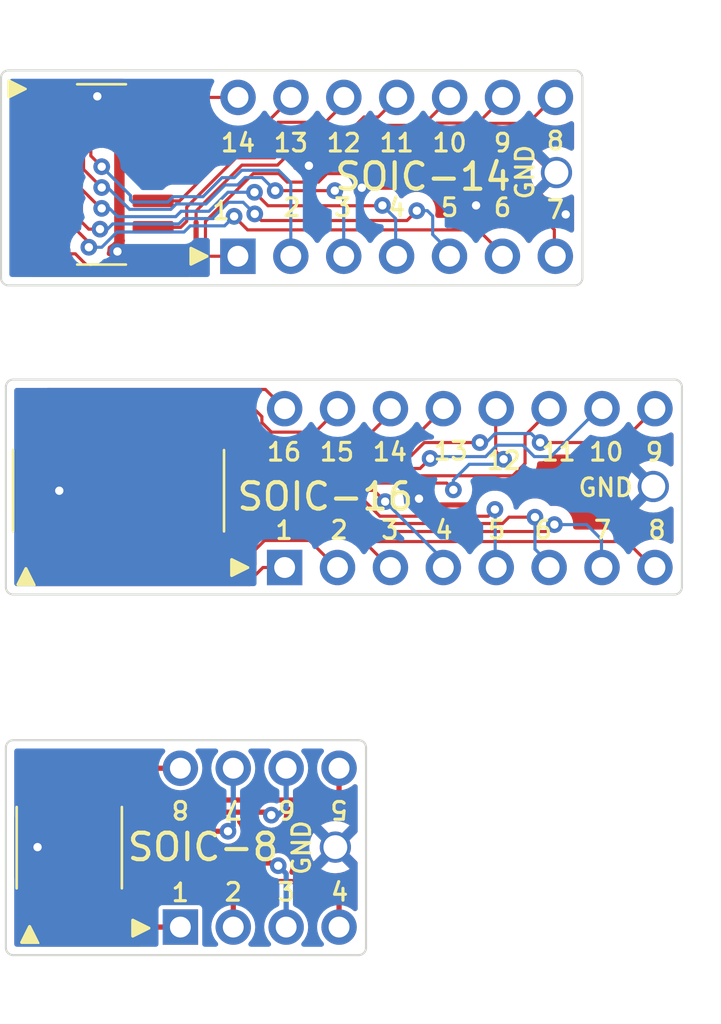
<source format=kicad_pcb>
(kicad_pcb (version 20240108) (generator "pcbnew") (generator_version "8.0")
  (layers (0 "F.Cu" signal) (31 "B.Cu" signal) (34 "B.Paste" user) (35 "F.Paste" user) (36 "B.SilkS" user "B.Silkscreen") (37 "F.SilkS" user "F.Silkscreen") (38 "B.Mask" user) (39 "F.Mask" user) (44 "Edge.Cuts" user))
  (net 0 "")
  (net 1 "Net-(J1-Pin_1)")
  (net 2 "Net-(J1-Pin_2)")
  (net 3 "Net-(J1-Pin_3)")
  (net 4 "Net-(J1-Pin_4)")
  (net 5 "Net-(J1-Pin_5)")
  (net 6 "Net-(J1-Pin_6)")
  (net 7 "Net-(J1-Pin_7)")
  (net 8 "Net-(J2-Pin_1)")
  (net 9 "Net-(J2-Pin_2)")
  (net 10 "Net-(J2-Pin_3)")
  (net 11 "Net-(J2-Pin_4)")
  (net 12 "Net-(J2-Pin_5)")
  (net 13 "Net-(J2-Pin_6)")
  (net 14 "Net-(J2-Pin_7)")
  (net 15 "/GND1")
  (net 16 "Net-(J4-Pin_1)")
  (net 17 "Net-(J4-Pin_2)")
  (net 18 "Net-(J4-Pin_3)")
  (net 19 "Net-(J4-Pin_4)")
  (net 20 "Net-(J4-Pin_5)")
  (net 21 "Net-(J4-Pin_6)")
  (net 22 "Net-(J4-Pin_7)")
  (net 23 "Net-(J4-Pin_8)")
  (net 24 "Net-(J5-Pin_1)")
  (net 25 "Net-(J5-Pin_2)")
  (net 26 "Net-(J5-Pin_3)")
  (net 27 "Net-(J5-Pin_4)")
  (net 28 "Net-(J5-Pin_5)")
  (net 29 "Net-(J5-Pin_6)")
  (net 30 "Net-(J5-Pin_7)")
  (net 31 "Net-(J5-Pin_8)")
  (net 32 "/GND2")
  (net 33 "/GND3")
  (net 34 "Net-(J8-Pin_4)")
  (net 35 "Net-(J8-Pin_1)")
  (net 36 "Net-(J8-Pin_3)")
  (net 37 "Net-(J8-Pin_2)")
  (net 38 "Net-(J9-Pin_1)")
  (net 39 "Net-(J9-Pin_2)")
  (net 40 "Net-(J9-Pin_4)")
  (net 41 "Net-(J9-Pin_3)")
  (footprint "Connector_PinHeader_2.54mm:PinHeader_1x04_P2.54mm_Vertical" (layer "F.Cu") (at 26.416 49.4285 90)
    (property "Reference" "J8" (hide yes))
    (property "Value" "Conn_01x04")
  )
  (footprint "Aaron_TI_Parts:TI_SOIC_D_R-PDSO-16" (layer "F.Cu") (at 23.4472 36.1156 90)
    (property "Reference" "U2" (hide yes))
    (property "Value" "LM13700")
  )
  (footprint "Aaron_TI_Parts:TI_SOIC_D_R-PDSO-8" (layer "F.Cu") (at 21.082 53.2385 90)
    (property "Reference" "U3" (hide yes))
    (property "Value" "TL072")
  )
  (footprint "Connector_PinHeader_2.54mm:PinHeader_1x04_P2.54mm_Vertical" (layer "F.Cu") (at 26.416 57.0485 90)
    (property "Reference" "J9" (hide yes))
    (property "Value" "Conn_01x04")
  )
  (footprint "Aaron_Pads:TP_HeaderPin_P2.54mm_round" (layer "F.Cu") (at 44.4754 20.8534)
    (property "Reference" "J3" (hide yes))
    (property "Value" "Conn_01x01" (hide yes))
  )
  (footprint "Aaron_TI_Parts:TI_SOIC_D_R-PDSO-G14" (layer "F.Cu") (at 22.6314 20.9408)
    (property "Reference" "U1" (hide yes))
    (property "Value" "TL074")
  )
  (footprint "Connector_PinHeader_2.54mm:PinHeader_1x07_P2.54mm_Vertical" (layer "F.Cu") (at 29.1796 24.8666 90)
    (property "Reference" "J1" (hide yes))
    (property "Value" "Conn_01x07")
  )
  (footprint "Aaron_Pads:TP_HeaderPin_P2.54mm_round" (layer "F.Cu") (at 49.1266 35.9126)
    (property "Reference" "J6" (hide yes))
    (property "Value" "Conn_01x01" (hide yes))
  )
  (footprint "Aaron_Pads:TP_HeaderPin_P2.54mm_round" (layer "F.Cu") (at 33.8582 53.213)
    (property "Reference" "J7" (hide yes))
    (property "Value" "Conn_01x01" (hide yes))
  )
  (footprint "Connector_PinHeader_2.54mm:PinHeader_1x08_P2.54mm_Vertical" (layer "F.Cu") (at 31.4228 39.7988 90)
    (property "Reference" "J4" (hide yes))
    (property "Value" "Conn_01x08")
  )
  (footprint "Connector_PinHeader_2.54mm:PinHeader_1x07_P2.54mm_Vertical" (layer "F.Cu") (at 44.4246 17.2466 -90)
    (property "Reference" "J2" (hide yes))
    (property "Value" "Conn_01x07")
  )
  (footprint "Connector_PinHeader_2.54mm:PinHeader_1x08_P2.54mm_Vertical" (layer "F.Cu") (at 49.2028 32.1788 -90)
    (property "Reference" "J5" (hide yes))
    (property "Value" "Conn_01x08")
  )
  (gr_poly (pts (xy 26.924 24.4856) (xy 27.686 24.8666) (xy 26.924 25.2476)) (stroke (width 0.15)) (fill solid) (layer "F.SilkS"))
  (gr_poly (pts (xy 28.8798 39.4208) (xy 29.6418 39.8018) (xy 28.8798 40.1828)) (stroke (width 0.15)) (fill solid) (layer "F.SilkS"))
  (gr_poly (pts (xy 18.1864 16.4592) (xy 18.9484 16.8402) (xy 18.1864 17.2212)) (stroke (width 0.15)) (fill solid) (layer "F.SilkS"))
  (gr_poly (pts (xy 18.6182 40.6146) (xy 18.9992 39.8526) (xy 19.3802 40.6146)) (stroke (width 0.15)) (fill solid) (layer "F.SilkS"))
  (gr_poly (pts (xy 24.13 56.7182) (xy 24.892 57.0992) (xy 24.13 57.4802)) (stroke (width 0.15)) (fill solid) (layer "F.SilkS"))
  (gr_poly (pts (xy 18.796 57.785) (xy 19.177 57.023) (xy 19.558 57.785)) (stroke (width 0.15)) (fill solid) (layer "F.SilkS"))
  (gr_line (start 18.161 15.9512) (end 45.3644 15.9512) (stroke (width 0.1)) (layer "Edge.Cuts"))
  (gr_line (start 18.3926 41.0942) (end 50.1426 41.0942) (stroke (width 0.1)) (layer "Edge.Cuts"))
  (gr_line (start 17.8054 25.908) (end 17.8054 16.3068) (stroke (width 0.1)) (layer "Edge.Cuts"))
  (gr_line (start 50.1426 30.7818) (end 18.3926 30.7818) (stroke (width 0.1)) (layer "Edge.Cuts"))
  (gr_arc (start 18.3926 41.0942) (mid 18.141153 40.990047) (end 18.037 40.7386) (stroke (width 0.1)) (layer "Edge.Cuts"))
  (gr_arc (start 50.4982 40.7386) (mid 50.394047 40.990047) (end 50.1426 41.0942) (stroke (width 0.1)) (layer "Edge.Cuts"))
  (gr_arc (start 34.975 48.0822) (mid 35.226447 48.186353) (end 35.3306 48.4378) (stroke (width 0.1)) (layer "Edge.Cuts"))
  (gr_line (start 18.3926 58.3946) (end 34.975 58.3946) (stroke (width 0.1)) (layer "Edge.Cuts"))
  (gr_arc (start 18.3926 58.3946) (mid 18.141153 58.290447) (end 18.037 58.039) (stroke (width 0.1)) (layer "Edge.Cuts"))
  (gr_arc (start 18.037 31.1374) (mid 18.141153 30.885953) (end 18.3926 30.7818) (stroke (width 0.1)) (layer "Edge.Cuts"))
  (gr_arc (start 45.3644 15.9512) (mid 45.615847 16.055353) (end 45.72 16.3068) (stroke (width 0.1)) (layer "Edge.Cuts"))
  (gr_line (start 18.037 48.4378) (end 18.037 58.039) (stroke (width 0.1)) (layer "Edge.Cuts"))
  (gr_line (start 18.037 31.1374) (end 18.037 40.7386) (stroke (width 0.1)) (layer "Edge.Cuts"))
  (gr_arc (start 18.037 48.4378) (mid 18.141153 48.186353) (end 18.3926 48.0822) (stroke (width 0.1)) (layer "Edge.Cuts"))
  (gr_arc (start 50.1426 30.7818) (mid 50.394047 30.885953) (end 50.4982 31.1374) (stroke (width 0.1)) (layer "Edge.Cuts"))
  (gr_line (start 35.3306 58.039) (end 35.3306 48.4378) (stroke (width 0.1)) (layer "Edge.Cuts"))
  (gr_line (start 50.4982 40.7386) (end 50.4982 31.1374) (stroke (width 0.1)) (layer "Edge.Cuts"))
  (gr_arc (start 17.8054 16.3068) (mid 17.909553 16.055353) (end 18.161 15.9512) (stroke (width 0.1)) (layer "Edge.Cuts"))
  (gr_arc (start 35.3306 58.039) (mid 35.226447 58.290447) (end 34.975 58.3946) (stroke (width 0.1)) (layer "Edge.Cuts"))
  (gr_arc (start 45.72 25.908) (mid 45.615847 26.159447) (end 45.3644 26.2636) (stroke (width 0.1)) (layer "Edge.Cuts"))
  (gr_line (start 45.72 16.3068) (end 45.72 25.908) (stroke (width 0.1)) (layer "Edge.Cuts"))
  (gr_line (start 34.9758 48.0822) (end 18.3926 48.0822) (stroke (width 0.1)) (layer "Edge.Cuts"))
  (gr_line (start 45.3644 26.2636) (end 18.161 26.2636) (stroke (width 0.1)) (layer "Edge.Cuts"))
  (gr_arc (start 18.161 26.2636) (mid 17.909553 26.159447) (end 17.8054 25.908) (stroke (width 0.1)) (layer "Edge.Cuts"))
  (gr_text "SOIC-8" (at 23.7744 53.213 0) (layer "F.SilkS") (effects (font (size 1.27 1.27) (thickness 0.2)) (justify left)))
  (gr_text "4" (at 39.0682 37.9954 0) (layer "F.SilkS") (effects (font (size 0.85 0.85))))
  (gr_text "14" (at 29.1846 19.431 0) (layer "F.SilkS") (effects (font (size 0.85 0.85))))
  (gr_text "1" (at 31.3974 38.0208 0) (layer "F.SilkS") (effects (font (size 0.85 0.85))))
  (gr_text "14" (at 36.4774 34.2616 0) (layer "F.SilkS") (effects (font (size 0.85 0.85))))
  (gr_text "6" (at 31.5214 51.4096 180) (layer "F.SilkS") (effects (font (size 0.85 0.85))))
  (gr_text "9" (at 49.1774 34.2616 0) (layer "F.SilkS") (effects (font (size 0.85 0.85))))
  (gr_text "10" (at 46.866 34.2616 0) (layer "F.SilkS") (effects (font (size 0.85 0.85))))
  (gr_text "9" (at 41.8846 19.431 0) (layer "F.SilkS") (effects (font (size 0.85 0.85))))
  (gr_text "1" (at 28.3718 22.6822 0) (layer "F.SilkS") (effects (font (size 0.85 0.85))))
  (gr_text "3" (at 34.2138 22.5298 0) (layer "F.SilkS") (effects (font (size 0.85 0.85))))
  (gr_text "7" (at 46.6882 37.9954 0) (layer "F.SilkS") (effects (font (size 0.85 0.85))))
  (gr_text "SOIC-14" (at 33.7312 21.7932 0) (layer "F.SilkS") (effects (font (size 1.27 1.27) (thickness 0.2)) (justify left bottom)))
  (gr_text "6" (at 41.8846 22.5298 0) (layer "F.SilkS") (effects (font (size 0.85 0.85))))
  (gr_text "4" (at 36.8046 22.5298 0) (layer "F.SilkS") (effects (font (size 0.85 0.85))))
  (gr_text "3" (at 36.4774 37.9954 0) (layer "F.SilkS") (effects (font (size 0.85 0.85))))
  (gr_text "8" (at 44.4246 19.3294 0) (layer "F.SilkS") (effects (font (size 0.85 0.85))))
  (gr_text "7" (at 44.4246 22.6314 0) (layer "F.SilkS") (effects (font (size 0.85 0.85))))
  (gr_text "7" (at 28.956 51.4096 180) (layer "F.SilkS") (effects (font (size 0.85 0.85))))
  (gr_text "5" (at 34.036 51.4096 180) (layer "F.SilkS") (effects (font (size 0.85 0.85))))
  (gr_text "SOIC-16" (at 33.3756 36.3982 0) (layer "F.SilkS") (effects (font (size 1.27 1.27) (thickness 0.2))))
  (gr_text "11" (at 36.8046 19.431 0) (layer "F.SilkS") (effects (font (size 0.85 0.85))))
  (gr_text "11" (at 44.58 34.2616 0) (layer "F.SilkS") (effects (font (size 0.85 0.85))))
  (gr_text "GND" (at 32.2326 53.2384 90) (layer "F.SilkS") (effects (font (size 0.85 0.85))))
  (gr_text "2" (at 31.7754 22.5298 0) (layer "F.SilkS") (effects (font (size 0.85 0.85))))
  (gr_text "12" (at 41.9384 34.671 0) (layer "F.SilkS") (effects (font (size 0.85 0.85))))
  (gr_text "4" (at 34.0614 55.372 0) (layer "F.SilkS") (effects (font (size 0.85 0.85))))
  (gr_text "2" (at 34.039 37.9954 0) (layer "F.SilkS") (effects (font (size 0.85 0.85))))
  (gr_text "15" (at 33.9374 34.2616 0) (layer "F.SilkS") (effects (font (size 0.85 0.85))))
  (gr_text "12" (at 34.2646 19.431 0) (layer "F.SilkS") (effects (font (size 0.85 0.85))))
  (gr_text "10" (at 39.3446 19.431 0) (layer "F.SilkS") (effects (font (size 0.85 0.85))))
  (gr_text "13" (at 39.3984 34.2108 0) (layer "F.SilkS") (effects (font (size 0.85 0.85))))
  (gr_text "2" (at 28.956 55.372 0) (layer "F.SilkS") (effects (font (size 0.85 0.85))))
  (gr_text "1" (at 26.416 55.3974 0) (layer "F.SilkS") (effects (font (size 0.85 0.85))))
  (gr_text "3" (at 31.496 55.372 0) (layer "F.SilkS") (effects (font (size 0.85 0.85))))
  (gr_text "6" (at 43.8434 37.9954 0) (layer "F.SilkS") (effects (font (size 0.85 0.85))))
  (gr_text "5" (at 41.6082 37.9954 0) (layer "F.SilkS") (effects (font (size 0.85 0.85))))
  (gr_text "GND" (at 46.8406 35.9634 0) (layer "F.SilkS") (effects (font (size 0.85 0.85))))
  (gr_text "5" (at 39.3446 22.5298 0) (layer "F.SilkS") (effects (font (size 0.85 0.85))))
  (gr_text "GND" (at 43.4594 22.225 90) (layer "F.SilkS") (effects (font (size 0.85 0.85)) (justify left bottom)))
  (gr_text "8" (at 49.3044 37.9954 0) (layer "F.SilkS") (effects (font (size 0.85 0.85))))
  (gr_text "16" (at 31.3974 34.2616 0) (layer "F.SilkS") (effects (font (size 0.85 0.85))))
  (gr_text "13" (at 31.7246 19.431 0) (layer "F.SilkS") (effects (font (size 0.85 0.85))))
  (gr_text "8" (at 26.416 51.4096 180) (layer "F.SilkS") (effects (font (size 0.85 0.85))))
  (segment (start 18.5928 17.4752) (end 18.9738 17.0942) (width 0.25) (layer "F.Cu") (net 1))
  (segment (start 18.5928 24.8412) (end 18.5928 17.4752) (width 0.25) (layer "F.Cu") (net 1))
  (segment (start 27.7114 24.8666) (end 29.1796 24.8666) (width 0.15) (layer "F.Cu") (net 1))
  (segment (start 18.5928 24.8412) (end 18.5928 25.0952) (width 0.15) (layer "F.Cu") (net 1))
  (segment (start 19.2862 25.7886) (end 26.7894 25.7886) (width 0.15) (layer "F.Cu") (net 1))
  (segment (start 18.5928 25.0952) (end 19.2862 25.7886) (width 0.15) (layer "F.Cu") (net 1))
  (segment (start 26.7894 25.7886) (end 27.7114 24.8666) (width 0.15) (layer "F.Cu") (net 1))
  (segment (start 18.9738 17.0942) (end 20.1168 17.0942) (width 0.25) (layer "F.Cu") (net 1))
  (segment (start 22.1178 19.5158) (end 22.1178 20.049864) (width 0.15) (layer "F.Cu") (net 2))
  (segment (start 21.333 18.4008) (end 21.5504 18.6182) (width 0.15) (layer "F.Cu") (net 2))
  (segment (start 22.1178 20.049864) (end 22.639024 20.571088) (width 0.15) (layer "F.Cu") (net 2))
  (segment (start 21.5504 18.9484) (end 21.5504 18.6182) (width 0.15) (layer "F.Cu") (net 2))
  (segment (start 21.5504 18.9484) (end 22.1178 19.5158) (width 0.15) (layer "F.Cu") (net 2))
  (segment (start 20.1564 18.4008) (end 21.333 18.4008) (width 0.15) (layer "F.Cu") (net 2))
  (via (at 22.639024 20.571088) (size 0.8) (drill 0.4) (layers "F.Cu" "B.Cu") (net 2))
  (segment (start 22.639024 20.571088) (end 24.0228 21.954864) (width 0.15) (layer "B.Cu") (net 2))
  (segment (start 29.0068 21.096945) (end 29.361895 20.74185) (width 0.15) (layer "B.Cu") (net 2))
  (segment (start 31.7196 21.331) (end 31.7196 24.8666) (width 0.15) (layer "B.Cu") (net 2))
  (segment (start 25.813826 22.2672) (end 26.071828 22.009197) (width 0.15) (layer "B.Cu") (net 2))
  (segment (start 31.13045 20.74185) (end 31.7196 21.331) (width 0.15) (layer "B.Cu") (net 2))
  (segment (start 24.0228 22.169252) (end 24.120748 22.2672) (width 0.15) (layer "B.Cu") (net 2))
  (segment (start 24.0228 21.954864) (end 24.0228 22.169252) (width 0.15) (layer "B.Cu") (net 2))
  (segment (start 24.120748 22.2672) (end 25.813826 22.2672) (width 0.15) (layer "B.Cu") (net 2))
  (segment (start 28.411796 21.096944) (end 29.0068 21.096945) (width 0.15) (layer "B.Cu") (net 2))
  (segment (start 27.499542 22.009197) (end 28.411796 21.096944) (width 0.15) (layer "B.Cu") (net 2))
  (segment (start 26.071828 22.009197) (end 27.499542 22.009197) (width 0.15) (layer "B.Cu") (net 2))
  (segment (start 29.361895 20.74185) (end 31.13045 20.74185) (width 0.15) (layer "B.Cu") (net 2))
  (segment (start 21.4234 19.6708) (end 20.1564 19.6708) (width 0.15) (layer "F.Cu") (net 3))
  (segment (start 21.7678 20.69936) (end 21.7678 20.0152) (width 0.15) (layer "F.Cu") (net 3))
  (segment (start 22.63903 21.57059) (end 21.7678 20.69936) (width 0.15) (layer "F.Cu") (net 3))
  (segment (start 21.7678 20.0152) (end 21.4234 19.6708) (width 0.15) (layer "F.Cu") (net 3))
  (segment (start 30.971 21.7197) (end 33.8328 21.7197) (width 0.15) (layer "F.Cu") (net 3))
  (via (at 33.8328 21.7197) (size 0.8) (drill 0.4) (layers "F.Cu" "B.Cu") (net 3))
  (via (at 30.971 21.7197) (size 0.8) (drill 0.4) (layers "F.Cu" "B.Cu") (net 3))
  (via (at 22.63903 21.57059) (size 0.8) (drill 0.4) (layers "F.Cu" "B.Cu") (net 3))
  (segment (start 25.9588 22.6172) (end 26.216803 22.359197) (width 0.15) (layer "B.Cu") (net 3))
  (segment (start 22.63903 21.57059) (end 22.929164 21.57059) (width 0.15) (layer "B.Cu") (net 3))
  (segment (start 28.55677 21.446945) (end 29.168545 21.446945) (width 0.15) (layer "B.Cu") (net 3))
  (segment (start 23.975774 22.6172) (end 25.9588 22.6172) (width 0.15) (layer "B.Cu") (net 3))
  (segment (start 22.929164 21.57059) (end 23.975774 22.6172) (width 0.15) (layer "B.Cu") (net 3))
  (segment (start 26.216803 22.359197) (end 27.644517 22.359197) (width 0.15) (layer "B.Cu") (net 3))
  (segment (start 30.34315 21.09185) (end 30.971 21.7197) (width 0.15) (layer "B.Cu") (net 3))
  (segment (start 29.168545 21.446945) (end 29.52364 21.09185) (width 0.15) (layer "B.Cu") (net 3))
  (segment (start 27.644517 22.359197) (end 28.55677 21.446945) (width 0.15) (layer "B.Cu") (net 3))
  (segment (start 34.2596 24.8666) (end 34.2596 22.1465) (width 0.15) (layer "B.Cu") (net 3))
  (segment (start 29.52364 21.09185) (end 30.34315 21.09185) (width 0.15) (layer "B.Cu") (net 3))
  (segment (start 34.2596 22.1465) (end 33.8328 21.7197) (width 0.15) (layer "B.Cu") (net 3))
  (segment (start 21.5519 21.5265) (end 21.5519 21.1709) (width 0.15) (layer "F.Cu") (net 4))
  (segment (start 36.1023 22.4447) (end 36.1188 22.4282) (width 0.15) (layer "F.Cu") (net 4))
  (segment (start 30.622242 22.4447) (end 36.1023 22.4447) (width 0.15) (layer "F.Cu") (net 4))
  (segment (start 22.595492 22.570092) (end 21.5519 21.5265) (width 0.15) (layer "F.Cu") (net 4))
  (segment (start 21.5519 21.1709) (end 21.3218 20.9408) (width 0.15) (layer "F.Cu") (net 4))
  (segment (start 21.3218 20.9408) (end 20.1564 20.9408) (width 0.15) (layer "F.Cu") (net 4))
  (segment (start 22.638524 22.570092) (end 22.595492 22.570092) (width 0.15) (layer "F.Cu") (net 4))
  (segment (start 29.974487 21.796945) (end 30.622242 22.4447) (width 0.15) (layer "F.Cu") (net 4))
  (via (at 36.1188 22.4282) (size 0.8) (drill 0.4) (layers "F.Cu" "B.Cu") (net 4))
  (via (at 29.974487 21.796945) (size 0.8) (drill 0.4) (layers "F.Cu" "B.Cu") (net 4))
  (via (at 22.638524 22.570092) (size 0.8) (drill 0.4) (layers "F.Cu" "B.Cu") (net 4))
  (segment (start 26.194826 22.9672) (end 26.452829 22.709197) (width 0.15) (layer "B.Cu") (net 4))
  (segment (start 36.7538 23.0632) (end 36.7538 24.7142) (width 0.15) (layer "B.Cu") (net 4))
  (segment (start 26.452829 22.709197) (end 27.789492 22.709197) (width 0.15) (layer "B.Cu") (net 4))
  (segment (start 36.1188 22.4282) (end 36.7538 23.0632) (width 0.15) (layer "B.Cu") (net 4))
  (segment (start 23.406034 22.9672) (end 26.194826 22.9672) (width 0.15) (layer "B.Cu") (net 4))
  (segment (start 27.789492 22.709197) (end 28.701745 21.796945) (width 0.15) (layer "B.Cu") (net 4))
  (segment (start 28.701745 21.796945) (end 29.974487 21.796945) (width 0.15) (layer "B.Cu") (net 4))
  (segment (start 23.008926 22.570092) (end 23.406034 22.9672) (width 0.15) (layer "B.Cu") (net 4))
  (segment (start 22.638524 22.570092) (end 23.008926 22.570092) (width 0.15) (layer "B.Cu") (net 4))
  (segment (start 29.98843 22.835486) (end 30.306144 23.1532) (width 0.15) (layer "F.Cu") (net 5))
  (segment (start 21.6662 23.2156) (end 22.016838 23.566238) (width 0.15) (layer "F.Cu") (net 5))
  (segment (start 30.306144 23.1532) (end 37.2988 23.1532) (width 0.15) (layer "F.Cu") (net 5))
  (segment (start 20.1564 22.2108) (end 21.3726 22.2108) (width 0.15) (layer "F.Cu") (net 5))
  (segment (start 22.016838 23.566238) (end 22.556679 23.566238) (width 0.15) (layer "F.Cu") (net 5))
  (segment (start 21.6662 22.5044) (end 21.6662 23.2156) (width 0.15) (layer "F.Cu") (net 5))
  (segment (start 21.3726 22.2108) (end 21.6662 22.5044) (width 0.15) (layer "F.Cu") (net 5))
  (segment (start 37.2988 23.1532) (end 37.7698 22.6822) (width 0.15) (layer "F.Cu") (net 5))
  (via (at 22.556679 23.566238) (size 0.8) (drill 0.4) (layers "F.Cu" "B.Cu") (net 5))
  (via (at 37.7698 22.6822) (size 0.8) (drill 0.4) (layers "F.Cu" "B.Cu") (net 5))
  (via (at 29.98843 22.835486) (size 0.8) (drill 0.4) (layers "F.Cu" "B.Cu") (net 5))
  (segment (start 38.5318 23.8252) (end 39.0398 24.3332) (width 0.15) (layer "B.Cu") (net 5))
  (segment (start 26.3398 23.3172) (end 26.597803 23.059197) (width 0.15) (layer "B.Cu") (net 5))
  (segment (start 38.2778 22.6822) (end 38.5318 22.9362) (width 0.15) (layer "B.Cu") (net 5))
  (segment (start 27.9908 23.059197) (end 27.9908 23.002864) (width 0.15) (layer "B.Cu") (net 5))
  (segment (start 28.716201 22.277463) (end 29.430407 22.277463) (width 0.15) (layer "B.Cu") (net 5))
  (segment (start 26.597803 23.059197) (end 27.9908 23.059197) (width 0.15) (layer "B.Cu") (net 5))
  (segment (start 22.915762 23.566238) (end 23.1648 23.3172) (width 0.15) (layer "B.Cu") (net 5))
  (segment (start 37.7698 22.6822) (end 38.2778 22.6822) (width 0.15) (layer "B.Cu") (net 5))
  (segment (start 27.9908 23.002864) (end 28.716201 22.277463) (width 0.15) (layer "B.Cu") (net 5))
  (segment (start 23.1648 23.3172) (end 26.3398 23.3172) (width 0.15) (layer "B.Cu") (net 5))
  (segment (start 22.556679 23.566238) (end 22.915762 23.566238) (width 0.15) (layer "B.Cu") (net 5))
  (segment (start 29.430407 22.277463) (end 29.98843 22.835486) (width 0.15) (layer "B.Cu") (net 5))
  (segment (start 38.5318 23.8252) (end 38.5318 22.9362) (width 0.15) (layer "B.Cu") (net 5))
  (segment (start 28.995796 22.952463) (end 29.646533 23.6032) (width 0.15) (layer "F.Cu") (net 6))
  (segment (start 21.2964 23.4808) (end 22.0218 24.2062) (width 0.15) (layer "F.Cu") (net 6))
  (segment (start 20.1564 23.4808) (end 21.2964 23.4808) (width 0.15) (layer "F.Cu") (net 6))
  (segment (start 40.7228 23.6032) (end 41.4528 24.3332) (width 0.15) (layer "F.Cu") (net 6))
  (segment (start 21.274 23.4808) (end 21.2964 23.4808) (width 0.15) (layer "F.Cu") (net 6))
  (segment (start 29.646533 23.6032) (end 40.7228 23.6032) (width 0.15) (layer "F.Cu") (net 6))
  (segment (start 20.1564 23.4808) (end 21.274 23.4808) (width 0.15) (layer "F.Cu") (net 6))
  (segment (start 22.0218 24.2062) (end 22.0218 24.4348) (width 0.15) (layer "F.Cu") (net 6))
  (via (at 22.0218 24.4348) (size 0.8) (drill 0.4) (layers "F.Cu" "B.Cu") (net 6))
  (via (at 28.995796 22.952463) (size 0.8) (drill 0.4) (layers "F.Cu" "B.Cu") (net 6))
  (segment (start 28.539062 23.409197) (end 28.995796 22.952463) (width 0.15) (layer "B.Cu") (net 6))
  (segment (start 23.373005 23.7038) (end 26.5938 23.7038) (width 0.15) (layer "B.Cu") (net 6))
  (segment (start 26.888403 23.409197) (end 28.539062 23.409197) (width 0.15) (layer "B.Cu") (net 6))
  (segment (start 22.642005 24.4348) (end 23.373005 23.7038) (width 0.15) (layer "B.Cu") (net 6))
  (segment (start 26.5938 23.7038) (end 26.888403 23.409197) (width 0.15) (layer "B.Cu") (net 6))
  (segment (start 22.0218 24.4348) (end 22.642005 24.4348) (width 0.15) (layer "B.Cu") (net 6))
  (segment (start 27.6208 24.462226) (end 27.6208 23.196036) (width 0.15) (layer "F.Cu") (net 7))
  (segment (start 44.3738 23.5966) (end 44.3738 24.8412) (width 0.15) (layer "F.Cu") (net 7))
  (segment (start 43.307 22.5298) (end 44.3738 23.5966) (width 0.15) (layer "F.Cu") (net 7))
  (segment (start 21.3726 24.7508) (end 22.0604 25.4386) (width 0.15) (layer "F.Cu") (net 7))
  (segment (start 42.799 22.5298) (end 43.307 22.5298) (width 0.15) (layer "F.Cu") (net 7))
  (segment (start 33.4518 20.9042) (end 41.1734 20.9042) (width 0.15) (layer "F.Cu") (net 7))
  (segment (start 31.5468 21.3106) (end 33.0454 21.3106) (width 0.15) (layer "F.Cu") (net 7))
  (segment (start 22.0604 25.4386) (end 26.644426 25.4386) (width 0.15) (layer "F.Cu") (net 7))
  (segment (start 41.1734 20.9042) (end 42.799 22.5298) (width 0.15) (layer "F.Cu") (net 7))
  (segment (start 20.1564 24.7508) (end 21.3726 24.7508) (width 0.15) (layer "F.Cu") (net 7))
  (segment (start 29.912637 20.9042) (end 31.1404 20.9042) (width 0.15) (layer "F.Cu") (net 7))
  (segment (start 31.1404 20.9042) (end 31.5468 21.3106) (width 0.15) (layer "F.Cu") (net 7))
  (segment (start 27.6208 23.196036) (end 29.912637 20.9042) (width 0.15) (layer "F.Cu") (net 7))
  (segment (start 33.0454 21.3106) (end 33.4518 20.9042) (width 0.15) (layer "F.Cu") (net 7))
  (segment (start 26.644426 25.4386) (end 27.6208 24.462226) (width 0.15) (layer "F.Cu") (net 7))
  (segment (start 26.76654 24.7508) (end 27.1708 24.34654) (width 0.25) (layer "F.Cu") (net 8))
  (segment (start 38.9057 18.8285) (end 40.9123 18.8285) (width 0.15) (layer "F.Cu") (net 8))
  (segment (start 31.082175 20.4952) (end 31.736975 19.8404) (width 0.15) (layer "F.Cu") (net 8))
  (segment (start 43.1038 18.4912) (end 43.8658 17.7292) (width 0.15) (layer "F.Cu") (net 8))
  (segment (start 27.1708 22.695992) (end 29.371592 20.4952) (width 0.15) (layer "F.Cu") (net 8))
  (segment (start 31.736975 19.8404) (end 35.43 19.8404) (width 0.15) (layer "F.Cu") (net 8))
  (segment (start 27.1708 23.241) (end 27.1708 22.695992) (width 0.15) (layer "F.Cu") (net 8))
  (segment (start 25.1064 24.7508) (end 26.76654 24.7508) (width 0.25) (layer "F.Cu") (net 8))
  (segment (start 29.371592 20.4952) (end 31.082175 20.4952) (width 0.15) (layer "F.Cu") (net 8))
  (segment (start 35.43 19.8404) (end 35.9832 19.2872) (width 0.15) (layer "F.Cu") (net 8))
  (segment (start 27.1708 24.34654) (end 27.1708 23.241) (width 0.25) (layer "F.Cu") (net 8))
  (segment (start 38.447 19.2872) (end 38.9057 18.8285) (width 0.15) (layer "F.Cu") (net 8))
  (segment (start 40.9123 18.8285) (end 41.2496 18.4912) (width 0.15) (layer "F.Cu") (net 8))
  (segment (start 35.9832 19.2872) (end 38.447 19.2872) (width 0.15) (layer "F.Cu") (net 8))
  (segment (start 41.2496 18.4912) (end 43.1038 18.4912) (width 0.15) (layer "F.Cu") (net 8))
  (segment (start 26.4302 23.4808) (end 26.7208 23.1902) (width 0.15) (layer "F.Cu") (net 9))
  (segment (start 30.9372 20.1452) (end 30.9372 20.1422) (width 0.15) (layer "F.Cu") (net 9))
  (segment (start 29.085196 20.1452) (end 30.9372 20.1452) (width 0.15) (layer "F.Cu") (net 9))
  (segment (start 30.9372 20.1422) (end 31.589 19.4904) (width 0.15) (layer "F.Cu") (net 9))
  (segment (start 31.589 19.4904) (end 35.21 19.4904) (width 0.15) (layer "F.Cu") (net 9))
  (segment (start 35.21 19.4904) (end 35.7632 18.9372) (width 0.15) (layer "F.Cu") (net 9))
  (segment (start 25.1064 23.4808) (end 26.4302 23.4808) (width 0.15) (layer "F.Cu") (net 9))
  (segment (start 35.7632 18.9372) (end 38.2636 18.9372) (width 0.15) (layer "F.Cu") (net 9))
  (segment (start 38.7223 18.4785) (end 40.7035 18.4785) (width 0.15) (layer "F.Cu") (net 9))
  (segment (start 38.2636 18.9372) (end 38.7223 18.4785) (width 0.15) (layer "F.Cu") (net 9))
  (segment (start 26.7208 23.1902) (end 26.7208 22.509596) (width 0.15) (layer "F.Cu") (net 9))
  (segment (start 40.7035 18.4785) (end 41.7068 17.4752) (width 0.15) (layer "F.Cu") (net 9))
  (segment (start 26.7208 22.509596) (end 29.085196 20.1452) (width 0.15) (layer "F.Cu") (net 9))
  (segment (start 35.3822 18.5872) (end 38.0548 18.5872) (width 0.15) (layer "F.Cu") (net 10))
  (segment (start 28.7988 19.7952) (end 30.7848 19.7952) (width 0.15) (layer "F.Cu") (net 10))
  (segment (start 25.1064 22.2108) (end 26.3832 22.2108) (width 0.15) (layer "F.Cu") (net 10))
  (segment (start 31.4056 19.1404) (end 34.829 19.1404) (width 0.15) (layer "F.Cu") (net 10))
  (segment (start 26.3832 22.2108) (end 28.7988 19.7952) (width 0.15) (layer "F.Cu") (net 10))
  (segment (start 38.0548 18.5872) (end 39.1668 17.4752) (width 0.15) (layer "F.Cu") (net 10))
  (segment (start 34.829 19.1404) (end 35.3822 18.5872) (width 0.15) (layer "F.Cu") (net 10))
  (segment (start 30.7848 19.7612) (end 31.4056 19.1404) (width 0.15) (layer "F.Cu") (net 10))
  (segment (start 30.7848 19.7952) (end 30.7848 19.7612) (width 0.15) (layer "F.Cu") (net 10))
  (segment (start 30.599575 19.4452) (end 31.254375 18.7904) (width 0.15) (layer "F.Cu") (net 11))
  (segment (start 31.254375 18.7904) (end 34.6258 18.7904) (width 0.15) (layer "F.Cu") (net 11))
  (segment (start 25.1064 20.9408) (end 26.4668 20.9408) (width 0.15) (layer "F.Cu") (net 11))
  (segment (start 34.6258 18.7904) (end 35.2298 18.1864) (width 0.15) (layer "F.Cu") (net 11))
  (segment (start 26.4668 20.9408) (end 27.9624 19.4452) (width 0.15) (layer "F.Cu") (net 11))
  (segment (start 27.9624 19.4452) (end 30.599575 19.4452) (width 0.15) (layer "F.Cu") (net 11))
  (segment (start 35.9156 18.1864) (end 36.4998 17.6022) (width 0.15) (layer "F.Cu") (net 11))
  (segment (start 35.2298 18.1864) (end 35.9156 18.1864) (width 0.15) (layer "F.Cu") (net 11))
  (segment (start 30.4546 19.0952) (end 31.1094 18.4404) (width 0.15) (layer "F.Cu") (net 12))
  (segment (start 27.4828 19.0952) (end 30.4546 19.0952) (width 0.15) (layer "F.Cu") (net 12))
  (segment (start 33.3756 18.4404) (end 34.0868 17.7292) (width 0.15) (layer "F.Cu") (net 12))
  (segment (start 31.1094 18.4404) (end 33.3756 18.4404) (width 0.15) (layer "F.Cu") (net 12))
  (segment (start 26.9072 19.6708) (end 27.4828 19.0952) (width 0.15) (layer "F.Cu") (net 12))
  (segment (start 25.1064 19.6708) (end 26.9072 19.6708) (width 0.15) (layer "F.Cu") (net 12))
  (segment (start 27.1384 18.4008) (end 27.4828 18.7452) (width 0.15) (layer "F.Cu") (net 13))
  (segment (start 25.1064 18.4008) (end 27.1384 18.4008) (width 0.15) (layer "F.Cu") (net 13))
  (segment (start 27.4828 18.7452) (end 30.2768 18.7452) (width 0.15) (layer "F.Cu") (net 13))
  (segment (start 30.2768 18.7452) (end 31.4198 17.6022) (width 0.15) (layer "F.Cu") (net 13))
  (segment (start 27.1384 17.1308) (end 27.2542 17.2466) (width 0.15) (layer "F.Cu") (net 14))
  (segment (start 25.1064 17.1308) (end 27.1384 17.1308) (width 0.15) (layer "F.Cu") (net 14))
  (segment (start 27.2542 17.2466) (end 29.1846 17.2466) (width 0.15) (layer "F.Cu") (net 14))
  (segment (start 44.4858 22.8958) (end 44.8847 22.8958) (width 0.5) (layer "F.Cu") (net 15))
  (segment (start 35.2777 21.4292) (end 39.6156 21.4292) (width 0.5) (layer "F.Cu") (net 15))
  (segment (start 23.3934 24.638) (end 23.488524 24.542876) (width 0.5) (layer "F.Cu") (net 15))
  (segment (start 23.488524 24.542876) (end 23.488524 18.256124) (width 0.5) (layer "F.Cu") (net 15))
  (segment (start 43.4848 19.8882) (end 44.1198 20.5232) (width 0.5) (layer "F.Cu") (net 15))
  (segment (start 35.2777 21.4292) (end 35.1282 21.5787) (width 0.5) (layer "F.Cu") (net 15))
  (segment (start 36.1104 20.3792) (end 36.6014 19.8882) (width 0.5) (layer "F.Cu") (net 15))
  (segment (start 44.8847 22.8958) (end 44.9205 22.86) (width 0.5) (layer "F.Cu") (net 15))
  (segment (start 36.6014 19.8882) (end 43.4848 19.8882) (width 0.5) (layer "F.Cu") (net 15))
  (segment (start 40.6146 22.4282) (end 39.6156 21.4292) (width 0.5) (layer "F.Cu") (net 15))
  (segment (start 41.7152 20.3792) (end 43.2308 21.8948) (width 0.5) (layer "F.Cu") (net 15))
  (segment (start 32.5882 20.5232) (end 32.7322 20.3792) (width 0.5) (layer "F.Cu") (net 15))
  (segment (start 32.7322 20.3792) (end 36.1104 20.3792) (width 0.5) (layer "F.Cu") (net 15))
  (segment (start 43.2308 21.8948) (end 43.4848 21.8948) (width 0.5) (layer "F.Cu") (net 15))
  (segment (start 32.7322 20.3792) (end 41.7152 20.3792) (width 0.5) (layer "F.Cu") (net 15))
  (segment (start 23.488524 18.256124) (end 22.4282 17.1958) (width 0.5) (layer "F.Cu") (net 15))
  (segment (start 43.4848 21.8948) (end 44.4858 22.8958) (width 0.5) (layer "F.Cu") (net 15))
  (via (at 32.5882 20.5232) (size 0.8) (drill 0.4) (layers "F.Cu" "B.Cu") (net 15))
  (via (at 22.4282 17.1958) (size 0.8) (drill 0.4) (layers "F.Cu" "B.Cu") (net 15))
  (via (at 35.1282 21.5787) (size 0.8) (drill 0.4) (layers "F.Cu" "B.Cu") (net 15))
  (via (at 40.6146 22.4282) (size 0.8) (drill 0.4) (layers "F.Cu" "B.Cu") (net 15))
  (via (at 23.3934 24.638) (size 0.8) (drill 0.4) (layers "F.Cu" "B.Cu") (net 15))
  (via (at 44.9205 22.86) (size 0.8) (drill 0.4) (layers "F.Cu" "B.Cu") (net 15))
  (segment (start 29.9496 40.4084) (end 29.9318 40.4084) (width 0.15) (layer "F.Cu") (net 16))
  (segment (start 31.4228 39.7988) (end 30.3814 39.7988) (width 0.15) (layer "F.Cu") (net 16))
  (segment (start 19.0022 38.5906) (end 19.0022 40.1798) (width 0.15) (layer "F.Cu") (net 16))
  (segment (start 29.9318 40.4084) (end 29.721 40.6192) (width 0.15) (layer "F.Cu") (net 16))
  (segment (start 19.0022 40.1798) (end 19.4416 40.6192) (width 0.15) (layer "F.Cu") (net 16))
  (segment (start 29.9496 40.2306) (end 29.9496 40.4084) (width 0.15) (layer "F.Cu") (net 16))
  (segment (start 19.4416 40.6192) (end 29.721 40.6192) (width 0.15) (layer "F.Cu") (net 16))
  (segment (start 30.3814 39.7988) (end 29.9496 40.2306) (width 0.15) (layer "F.Cu") (net 16))
  (segment (start 20.2722 38.5906) (end 20.2722 40.1168) (width 0.15) (layer "F.Cu") (net 17))
  (segment (start 30.0004 39.6464) (end 30.0004 38.9606) (width 0.15) (layer "F.Cu") (net 17))
  (segment (start 30.0004 38.9606) (end 30.4576 38.5034) (width 0.15) (layer "F.Cu") (net 17))
  (segment (start 20.2722 40.1168) (end 20.4246 40.2692) (width 0.15) (layer "F.Cu") (net 17))
  (segment (start 30.4576 38.5034) (end 32.6166 38.5034) (width 0.15) (layer "F.Cu") (net 17))
  (segment (start 32.6166 38.5034) (end 33.404 39.2908) (width 0.15) (layer "F.Cu") (net 17))
  (segment (start 20.4246 40.2692) (end 29.3776 40.2692) (width 0.15) (layer "F.Cu") (net 17))
  (segment (start 29.3776 40.2692) (end 30.0004 39.6464) (width 0.15) (layer "F.Cu") (net 17))
  (segment (start 28.9656 39.9192) (end 29.467 39.4178) (width 0.15) (layer "F.Cu") (net 18))
  (segment (start 29.467 38.9606) (end 30.2742 38.1534) (width 0.15) (layer "F.Cu") (net 18))
  (segment (start 21.6692 39.9192) (end 28.9656 39.9192) (width 0.15) (layer "F.Cu") (net 18))
  (segment (start 29.467 39.4178) (end 29.467 38.9606) (width 0.15) (layer "F.Cu") (net 18))
  (segment (start 21.5422 39.7922) (end 21.6692 39.9192) (width 0.15) (layer "F.Cu") (net 18))
  (segment (start 21.5422 38.5906) (end 21.5422 39.7922) (width 0.15) (layer "F.Cu") (net 18))
  (segment (start 30.2742 38.1534) (end 34.832 38.1534) (width 0.15) (layer "F.Cu") (net 18))
  (segment (start 34.832 38.1534) (end 36.1218 39.4432) (width 0.15) (layer "F.Cu") (net 18))
  (segment (start 35.711384 36.099) (end 36.249792 36.637408) (width 0.15) (layer "F.Cu") (net 19))
  (segment (start 22.8122 36.9738) (end 22.8122 38.5906) (width 0.15) (layer "F.Cu") (net 19))
  (segment (start 23.687 36.099) (end 35.711384 36.099) (width 0.15) (layer "F.Cu") (net 19))
  (segment (start 23.687 36.099) (end 22.8122 36.9738) (width 0.15) (layer "F.Cu") (net 19))
  (via (at 36.249792 36.637408) (size 0.8) (drill 0.4) (layers "F.Cu" "B.Cu") (net 19))
  (segment (start 36.249792 36.637408) (end 39.0174 39.405016) (width 0.15) (layer "B.Cu") (net 19))
  (segment (start 41.519383 37.0138) (end 41.194883 37.3383) (width 0.15) (layer "F.Cu") (net 20))
  (segment (start 41.194883 37.3383) (end 35.996796 37.3383) (width 0.15) (layer "F.Cu") (net 20))
  (segment (start 35.107496 36.449) (end 24.384 36.449) (width 0.15) (layer "F.Cu") (net 20))
  (segment (start 24.384 36.449) (end 24.0822 36.7508) (width 0.15) (layer "F.Cu") (net 20))
  (segment (start 35.996796 37.3383) (end 35.107496 36.449) (width 0.15) (layer "F.Cu") (net 20))
  (segment (start 24.0822 36.7508) (end 24.0822 38.5906) (width 0.15) (layer "F.Cu") (net 20))
  (via (at 41.519383 37.0138) (size 0.8) (drill 0.4) (layers "F.Cu" "B.Cu") (net 20))
  (segment (start 41.532 37.026417) (end 41.519383 37.0138) (width 0.15) (layer "B.Cu") (net 20))
  (segment (start 41.532 39.3162) (end 41.532 37.026417) (width 0.15) (layer "B.Cu") (net 20))
  (segment (start 35.851822 37.6883) (end 34.962522 36.799) (width 0.15) (layer "F.Cu") (net 21))
  (segment (start 34.962522 36.799) (end 25.9644 36.799) (width 0.15) (layer "F.Cu") (net 21))
  (segment (start 25.3522 37.4112) (end 25.3522 38.5906) (width 0.15) (layer "F.Cu") (net 21))
  (segment (start 25.9644 36.799) (end 25.3522 37.4112) (width 0.15) (layer "F.Cu") (net 21))
  (segment (start 42.19376 37.38444) (end 41.8899 37.6883) (width 0.15) (layer "F.Cu") (net 21))
  (segment (start 43.443212 37.38444) (end 42.19376 37.38444) (width 0.15) (layer "F.Cu") (net 21))
  (segment (start 41.8899 37.6883) (end 35.851822 37.6883) (width 0.15) (layer "F.Cu") (net 21))
  (via (at 43.443212 37.38444) (size 0.8) (drill 0.4) (layers "F.Cu" "B.Cu") (net 21))
  (segment (start 43.443212 38.916012) (end 43.7926 39.2654) (width 0.15) (layer "B.Cu") (net 21))
  (segment (start 43.443212 37.38444) (end 43.443212 38.916012) (width 0.15) (layer "B.Cu") (net 21))
  (segment (start 26.6222 37.5128) (end 26.6222 38.5906) (width 0.15) (layer "F.Cu") (net 22))
  (segment (start 44.0466 38.0716) (end 35.740148 38.0716) (width 0.15) (layer "F.Cu") (net 22))
  (segment (start 35.740148 38.0716) (end 34.817548 37.149) (width 0.15) (layer "F.Cu") (net 22))
  (segment (start 34.817548 37.149) (end 26.986 37.149) (width 0.15) (layer "F.Cu") (net 22))
  (segment (start 26.986 37.149) (end 26.6222 37.5128) (width 0.15) (layer "F.Cu") (net 22))
  (segment (start 44.3768 37.7414) (end 44.0466 38.0716) (width 0.15) (layer "F.Cu") (net 22))
  (via (at 44.3768 37.7414) (size 0.8) (drill 0.4) (layers "F.Cu" "B.Cu") (net 22))
  (segment (start 44.3768 37.7414) (end 45.9262 37.7414) (width 0.15) (layer "B.Cu") (net 22))
  (segment (start 45.9262 37.7414) (end 46.6374 38.4526) (width 0.15) (layer "B.Cu") (net 22))
  (segment (start 46.6374 38.4526) (end 46.6374 39.24) (width 0.15) (layer "B.Cu") (net 22))
  (segment (start 27.8922 38.5906) (end 29.342026 38.5906) (width 0.15) (layer "F.Cu") (net 23))
  (segment (start 34.976974 37.8034) (end 35.727774 38.5542) (width 0.15) (layer "F.Cu") (net 23))
  (segment (start 30.129226 37.8034) (end 34.976974 37.8034) (width 0.15) (layer "F.Cu") (net 23))
  (segment (start 35.727774 38.5542) (end 47.8566 38.5542) (width 0.15) (layer "F.Cu") (net 23))
  (segment (start 47.8566 38.5542) (end 48.6948 39.3924) (width 0.15) (layer "F.Cu") (net 23))
  (segment (start 29.342026 38.5906) (end 30.129226 37.8034) (width 0.15) (layer "F.Cu") (net 23))
  (segment (start 29.3794 33.6406) (end 27.8922 33.6406) (width 0.15) (layer "F.Cu") (net 24))
  (segment (start 40.7954 33.8044) (end 38.1284 33.8044) (width 0.15) (layer "F.Cu") (net 24))
  (segment (start 37.499 34.4338) (end 30.1726 34.4338) (width 0.15) (layer "F.Cu") (net 24))
  (segment (start 30.1726 34.4338) (end 29.3794 33.6406) (width 0.15) (layer "F.Cu") (net 24))
  (segment (start 47.5772 33.8044) (end 48.6694 32.7122) (width 0.15) (layer "F.Cu") (net 24))
  (segment (start 43.691 33.8044) (end 47.5772 33.8044) (width 0.15) (layer "F.Cu") (net 24))
  (segment (start 38.1284 33.8044) (end 37.499 34.4338) (width 0.15) (layer "F.Cu") (net 24))
  (via (at 40.7954 33.8044) (size 0.8) (drill 0.4) (layers "F.Cu" "B.Cu") (net 24))
  (via (at 43.691 33.8044) (size 0.8) (drill 0.4) (layers "F.Cu" "B.Cu") (net 24))
  (segment (start 41.1002 33.8044) (end 41.532 33.3726) (width 0.15) (layer "B.Cu") (net 24))
  (segment (start 40.7954 33.8044) (end 41.1002 33.8044) (width 0.15) (layer "B.Cu") (net 24))
  (segment (start 41.532 33.3726) (end 43.2592 33.3726) (width 0.15) (layer "B.Cu") (net 24))
  (segment (start 43.2592 33.3726) (end 43.691 33.8044) (width 0.15) (layer "B.Cu") (net 24))
  (segment (start 26.8 35.049) (end 26.6222 34.8712) (width 0.15) (layer "F.Cu") (net 25))
  (segment (start 37.9252 35.049) (end 38.4078 34.5664) (width 0.15) (layer "F.Cu") (net 25))
  (segment (start 31.753 35.049) (end 37.9252 35.049) (width 0.15) (layer "F.Cu") (net 25))
  (segment (start 26.6222 34.8712) (end 26.6222 33.6406) (width 0.15) (layer "F.Cu") (net 25))
  (segment (start 31.245 35.049) (end 37.9252 35.049) (width 0.15) (layer "F.Cu") (net 25))
  (segment (start 31.245 35.049) (end 31.753 35.049) (width 0.15) (layer "F.Cu") (net 25))
  (segment (start 26.8 35.049) (end 31.753 35.049) (width 0.15) (layer "F.Cu") (net 25))
  (via (at 38.4078 34.5664) (size 0.8) (drill 0.4) (layers "F.Cu" "B.Cu") (net 25))
  (segment (start 41.622994 33.9314) (end 41.074995 34.4794) (width 0.15) (layer "B.Cu") (net 25))
  (segment (start 44.2098 34.4794) (end 43.411405 34.4794) (width 0.15) (layer "B.Cu") (net 25))
  (segment (start 43.411405 34.4794) (end 42.863405 33.9314) (width 0.15) (layer "B.Cu") (net 25))
  (segment (start 38.4948 34.4794) (end 38.4078 34.5664) (width 0.15) (layer "B.Cu") (net 25))
  (segment (start 41.074995 34.4794) (end 38.4948 34.4794) (width 0.15) (layer "B.Cu") (net 25))
  (segment (start 46.0532 32.636) (end 44.2098 34.4794) (width 0.15) (layer "B.Cu") (net 25))
  (segment (start 42.863405 33.9314) (end 41.622994 33.9314) (width 0.15) (layer "B.Cu") (net 25))
  (segment (start 42.3758 35.399) (end 42.9671 34.8077) (width 0.15) (layer "F.Cu") (net 26))
  (segment (start 42.9671 34.8077) (end 42.9671 33.4615) (width 0.15) (layer "F.Cu") (net 26))
  (segment (start 25.9308 35.399) (end 42.3758 35.399) (width 0.15) (layer "F.Cu") (net 26))
  (segment (start 25.3522 34.8204) (end 25.9308 35.399) (width 0.15) (layer "F.Cu") (net 26))
  (segment (start 42.9671 33.4615) (end 43.9196 32.509) (width 0.15) (layer "F.Cu") (net 26))
  (segment (start 25.3522 33.6406) (end 25.3522 34.8204) (width 0.15) (layer "F.Cu") (net 26))
  (segment (start 41.9384 34.6059) (end 41.5574 34.2249) (width 0.15) (layer "F.Cu") (net 27))
  (segment (start 39.2009 35.749) (end 39.5254 36.0735) (width 0.15) (layer "F.Cu") (net 27))
  (segment (start 24.706 35.749) (end 39.2009 35.749) (width 0.15) (layer "F.Cu") (net 27))
  (segment (start 24.0822 35.1252) (end 24.706 35.749) (width 0.15) (layer "F.Cu") (net 27))
  (segment (start 41.5574 32.6106) (end 41.5574 34.2249) (width 0.15) (layer "F.Cu") (net 27))
  (segment (start 24.0822 33.6406) (end 24.0822 35.1252) (width 0.15) (layer "F.Cu") (net 27))
  (via (at 39.5254 36.0735) (size 0.8) (drill 0.4) (layers "F.Cu" "B.Cu") (net 27))
  (via (at 41.9384 34.6059) (size 0.8) (drill 0.4) (layers "F.Cu" "B.Cu") (net 27))
  (segment (start 41.6985 34.8458) (end 40.2874 34.8458) (width 0.15) (layer "B.Cu") (net 27))
  (segment (start 40.2874 34.8458) (end 39.5254 35.6078) (width 0.15) (layer "B.Cu") (net 27))
  (segment (start 41.9384 34.6059) (end 41.6985 34.8458) (width 0.15) (layer "B.Cu") (net 27))
  (segment (start 39.5254 35.6078) (end 39.5254 36.0735) (width 0.15) (layer "B.Cu") (net 27))
  (segment (start 22.8376 32.3068) (end 28.8838 32.3068) (width 0.15) (layer "F.Cu") (net 28))
  (segment (start 37.1378 34.0838) (end 38.6872 32.5344) (width 0.15) (layer "F.Cu") (net 28))
  (segment (start 30.577852 34.0838) (end 37.1378 34.0838) (width 0.15) (layer "F.Cu") (net 28))
  (segment (start 29.6194 33.0424) (end 29.6194 33.125348) (width 0.15) (layer "F.Cu") (net 28))
  (segment (start 29.6194 33.125348) (end 30.577852 34.0838) (width 0.15) (layer "F.Cu") (net 28))
  (segment (start 22.8122 33.6406) (end 22.8122 32.3322) (width 0.15) (layer "F.Cu") (net 28))
  (segment (start 22.8122 32.3322) (end 22.8376 32.3068) (width 0.15) (layer "F.Cu") (net 28))
  (segment (start 28.8838 32.3068) (end 29.6194 33.0424) (width 0.15) (layer "F.Cu") (net 28))
  (segment (start 30.666426 33.6774) (end 35.2328 33.6774) (width 0.15) (layer "F.Cu") (net 29))
  (segment (start 21.5422 32.2042) (end 21.7896 31.9568) (width 0.15) (layer "F.Cu") (net 29))
  (segment (start 29.2196 31.9568) (end 29.9806 32.7178) (width 0.15) (layer "F.Cu") (net 29))
  (segment (start 29.9806 32.991574) (end 30.666426 33.6774) (width 0.15) (layer "F.Cu") (net 29))
  (segment (start 35.2328 33.6774) (end 36.3504 32.5598) (width 0.15) (layer "F.Cu") (net 29))
  (segment (start 29.9806 32.7178) (end 29.9806 32.991574) (width 0.15) (layer "F.Cu") (net 29))
  (segment (start 21.7896 31.9568) (end 29.2196 31.9568) (width 0.15) (layer "F.Cu") (net 29))
  (segment (start 21.5422 33.6406) (end 21.5422 32.2042) (width 0.15) (layer "F.Cu") (net 29))
  (segment (start 20.2722 31.874) (end 20.5394 31.6068) (width 0.15) (layer "F.Cu") (net 30))
  (segment (start 30.3306 32.5598) (end 30.3306 32.8466) (width 0.15) (layer "F.Cu") (net 30))
  (segment (start 20.2722 33.6406) (end 20.2722 31.874) (width 0.15) (layer "F.Cu") (net 30))
  (segment (start 30.7878 33.3038) (end 32.8886 33.3038) (width 0.15) (layer "F.Cu") (net 30))
  (segment (start 32.8886 33.3038) (end 33.5564 32.636) (width 0.15) (layer "F.Cu") (net 30))
  (segment (start 29.3776 31.6068) (end 30.3306 32.5598) (width 0.15) (layer "F.Cu") (net 30))
  (segment (start 30.3306 32.8466) (end 30.7878 33.3038) (width 0.15) (layer "F.Cu") (net 30))
  (segment (start 20.5394 31.6068) (end 29.3776 31.6068) (width 0.15) (layer "F.Cu") (net 30))
  (segment (start 19.0022 32.3058) (end 20.0512 31.2568) (width 0.15) (layer "F.Cu") (net 31))
  (segment (start 19.0022 33.6406) (end 19.0022 32.3058) (width 0.15) (layer "F.Cu") (net 31))
  (segment (start 20.0512 31.2568) (end 30.5008 31.2568) (width 0.15) (layer "F.Cu") (net 31))
  (segment (start 30.5008 31.2568) (end 31.4228 32.1788) (width 0.15) (layer "F.Cu") (net 31))
  (segment (start 48.0344 37.0048) (end 46.8914 37.0048) (width 0.25) (layer "F.Cu") (net 32))
  (segment (start 37.8744 36.4968) (end 38.1761 36.7985) (width 0.25) (layer "F.Cu") (net 32))
  (segment (start 38.1761 36.7985) (end 40.2397 36.7985) (width 0.25) (layer "F.Cu") (net 32))
  (segment (start 41.0494 35.9888) (end 45.8754 35.9888) (width 0.25) (layer "F.Cu") (net 32))
  (segment (start 49.1266 35.9126) (end 48.0344 37.0048) (width 0.25) (layer "F.Cu") (net 32))
  (segment (start 40.2397 36.7985) (end 41.0494 35.9888) (width 0.25) (layer "F.Cu") (net 32))
  (segment (start 46.8914 37.0048) (end 45.8754 35.9888) (width 0.25) (layer "F.Cu") (net 32))
  (via (at 37.8744 36.4968) (size 0.8) (drill 0.4) (layers "F.Cu" "B.Cu") (net 32))
  (via (at 20.6024 36.1158) (size 0.8) (drill 0.4) (layers "F.Cu" "B.Cu") (net 32))
  (via (at 19.558 53.213) (size 0.8) (drill 0.4) (layers "F.Cu" "B.Cu") (net 33))
  (segment (start 24.4094 50.9524) (end 33.8836 50.9524) (width 0.25) (layer "F.Cu") (net 34))
  (segment (start 33.8836 50.9524) (end 34.036 50.8) (width 0.25) (layer "F.Cu") (net 34))
  (segment (start 34.036 49.657) (end 34.036 50.8) (width 0.25) (layer "F.Cu") (net 34))
  (segment (start 22.987 50.7685) (end 24.2255 50.7685) (width 0.25) (layer "F.Cu") (net 34))
  (segment (start 24.2255 50.7685) (end 24.4094 50.9524) (width 0.25) (layer "F.Cu") (net 34))
  (segment (start 24.003 49.149) (end 19.558 49.149) (width 0.25) (layer "F.Cu") (net 35))
  (segment (start 24.2825 49.4285) (end 24.003 49.149) (width 0.25) (layer "F.Cu") (net 35))
  (segment (start 19.177 49.53) (end 19.177 50.7685) (width 0.25) (layer "F.Cu") (net 35))
  (segment (start 26.416 49.4285) (end 24.2825 49.4285) (width 0.25) (layer "F.Cu") (net 35))
  (segment (start 19.558 49.149) (end 19.177 49.53) (width 0.25) (layer "F.Cu") (net 35))
  (segment (start 24.9174 51.5366) (end 24.257 52.197) (width 0.25) (layer "F.Cu") (net 36))
  (segment (start 21.717 50.7685) (end 21.717 49.911) (width 0.25) (layer "F.Cu") (net 36))
  (segment (start 24.9174 51.5366) (end 30.644 51.5366) (width 0.25) (layer "F.Cu") (net 36))
  (segment (start 21.717 50.7685) (end 21.717 51.943) (width 0.25) (layer "F.Cu") (net 36))
  (segment (start 21.971 52.197) (end 24.257 52.197) (width 0.25) (layer "F.Cu") (net 36))
  (segment (start 21.717 51.943) (end 21.971 52.197) (width 0.25) (layer "F.Cu") (net 36))
  (segment (start 30.644 51.5366) (end 30.7848 51.6774) (width 0.25) (layer "F.Cu") (net 36))
  (via (at 30.7848 51.6774) (size 0.8) (drill 0.4) (layers "F.Cu" "B.Cu") (net 36))
  (segment (start 30.7848 51.6774) (end 31.1266 51.6774) (width 0.25) (layer "B.Cu") (net 36))
  (segment (start 31.496 49.657) (end 31.496 51.308) (width 0.25) (layer "B.Cu") (net 36))
  (segment (start 31.1266 51.6774) (end 31.496 51.308) (width 0.25) (layer "B.Cu") (net 36))
  (segment (start 25.146 52.451) (end 28.702 52.451) (width 0.25) (layer "F.Cu") (net 37))
  (segment (start 20.447 50.7685) (end 20.447 52.197) (width 0.25) (layer "F.Cu") (net 37))
  (segment (start 24.95 52.647) (end 25.146 52.451) (width 0.25) (layer "F.Cu") (net 37))
  (segment (start 20.897 52.647) (end 24.95 52.647) (width 0.25) (layer "F.Cu") (net 37))
  (segment (start 20.447 52.197) (end 20.897 52.647) (width 0.25) (layer "F.Cu") (net 37))
  (via (at 28.702 52.451) (size 0.8) (drill 0.4) (layers "F.Cu" "B.Cu") (net 37))
  (segment (start 28.956 52.197) (end 28.702 52.451) (width 0.25) (layer "B.Cu") (net 37))
  (segment (start 28.956 49.657) (end 28.956 52.197) (width 0.25) (layer "B.Cu") (net 37))
  (segment (start 24.427796 57.8696) (end 24.13 57.8696) (width 0.25) (layer "F.Cu") (net 38))
  (segment (start 26.416 57.0485) (end 25.2475 57.0485) (width 0.25) (layer "F.Cu") (net 38))
  (segment (start 26.0858 57.4294) (end 26.4414 57.0738) (width 0.25) (layer "F.Cu") (net 38))
  (segment (start 19.7696 57.8696) (end 24.13 57.8696) (width 0.25) (layer "F.Cu") (net 38))
  (segment (start 25.2475 57.049896) (end 24.427796 57.8696) (width 0.25) (layer "F.Cu") (net 38))
  (segment (start 25.2475 57.0485) (end 25.2475 57.049896) (width 0.25) (layer "F.Cu") (net 38))
  (segment (start 19.177 57.277) (end 19.7696 57.8696) (width 0.25) (layer "F.Cu") (net 38))
  (segment (start 19.177 55.7085) (end 19.177 57.277) (width 0.25) (layer "F.Cu") (net 38))
  (segment (start 24.5745 56.769) (end 24.5745 56.1975) (width 0.25) (layer "F.Cu") (net 39))
  (segment (start 28.702 55.499) (end 28.956 55.753) (width 0.25) (layer "F.Cu") (net 39))
  (segment (start 20.447 57.15) (end 20.701 57.404) (width 0.25) (layer "F.Cu") (net 39))
  (segment (start 28.956 55.753) (end 28.956 57.097) (width 0.25) (layer "F.Cu") (net 39))
  (segment (start 20.447 55.7085) (end 20.447 57.15) (width 0.25) (layer "F.Cu") (net 39))
  (segment (start 23.9395 57.404) (end 24.5745 56.769) (width 0.25) (layer "F.Cu") (net 39))
  (segment (start 25.273 55.499) (end 28.702 55.499) (width 0.25) (layer "F.Cu") (net 39))
  (segment (start 24.5745 56.1975) (end 25.273 55.499) (width 0.25) (layer "F.Cu") (net 39))
  (segment (start 20.701 57.404) (end 23.9395 57.404) (width 0.25) (layer "F.Cu") (net 39))
  (segment (start 33.528 54.864) (end 34.036 55.372) (width 0.25) (layer "F.Cu") (net 40))
  (segment (start 23.7935 55.7085) (end 24.638 54.864) (width 0.25) (layer "F.Cu") (net 40))
  (segment (start 24.638 54.864) (end 33.528 54.864) (width 0.25) (layer "F.Cu") (net 40))
  (segment (start 22.987 55.7085) (end 23.7935 55.7085) (width 0.25) (layer "F.Cu") (net 40))
  (segment (start 34.036 55.372) (end 34.036 57.097) (width 0.25) (layer "F.Cu") (net 40))
  (segment (start 21.717 55.7085) (end 21.717 54.102) (width 0.25) (layer "F.Cu") (net 41))
  (segment (start 21.717 54.102) (end 21.844 53.975) (width 0.25) (layer "F.Cu") (net 41))
  (segment (start 21.844 53.975) (end 30.988 53.975) (width 0.25) (layer "F.Cu") (net 41))
  (segment (start 30.988 53.975) (end 31.115 54.102) (width 0.25) (layer "F.Cu") (net 41))
  (via (at 31.115 54.102) (size 0.8) (drill 0.4) (layers "F.Cu" "B.Cu") (net 41))
  (segment (start 31.115 54.102) (end 31.496 54.483) (width 0.25) (layer "B.Cu") (net 41))
  (segment (start 31.496 54.483) (end 31.496 57.097) (width 0.25) (layer "B.Cu") (net 41))
  (zone (net 15) (net_name "/GND1") (layers "F&B.Cu") (connect_pads (clearance 0.5)) (min_thickness 0.25) (fill yes (thermal_gap 0.5) (thermal_bridge_width 0.5))
    (polygon (pts (xy 17.8054 15.9258) (xy 45.7454 15.9258) (xy 45.7454 26.289) (xy 17.8054 26.289)))
  )
  (zone (net 32) (net_name "/GND2") (layers "F&B.Cu") (priority 1) (connect_pads (clearance 0.5)) (min_thickness 0.25) (fill yes (thermal_gap 0.5) (thermal_bridge_width 0.5))
    (polygon (pts (xy 50.4982 30.7818) (xy 50.4982 41.0942) (xy 18.037 41.0942) (xy 18.037 30.7818)))
  )
  (zone (net 33) (net_name "/GND3") (layers "F&B.Cu") (name "GND-SOIC8") (priority 2) (connect_pads (clearance 0)) (min_thickness 0.25) (fill yes (thermal_gap 0.5) (thermal_bridge_width 0.5))
    (polygon (pts (xy 18.034 48.006) (xy 35.814 48.006) (xy 35.814 58.547) (xy 18.034 58.547)))
  )
)
</source>
